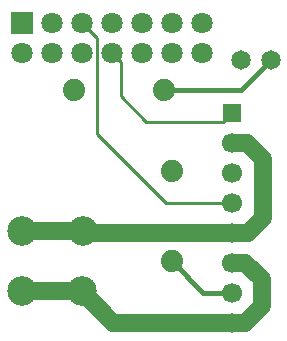
<source format=gbl>
G04 Layer: BottomLayer*
G04 EasyEDA v6.5.22, 2023-03-24 07:10:57*
G04 6991770a96b14d5289c1552341fa82f2,10*
G04 Gerber Generator version 0.2*
G04 Scale: 100 percent, Rotated: No, Reflected: No *
G04 Dimensions in millimeters *
G04 leading zeros omitted , absolute positions ,4 integer and 5 decimal *
%FSLAX45Y45*%
%MOMM*%

%AMMACRO1*21,1,$1,$2,0,0,$3*%
%ADD10C,0.2540*%
%ADD11C,0.4000*%
%ADD12C,1.5000*%
%ADD13C,1.8796*%
%ADD14MACRO1,1.8X1.8X0.0000*%
%ADD15C,1.8000*%
%ADD16MACRO1,1.5X1.5X-90.0000*%
%ADD17C,1.7000*%
%ADD18C,1.6510*%
%ADD19C,2.5000*%

%LPD*%
D10*
X2032000Y1270000D02*
G01*
X1473200Y1270000D01*
X889000Y1854200D01*
X889000Y2667000D01*
X762000Y2794000D01*
D11*
X2032000Y508000D02*
G01*
X1790700Y508000D01*
X1524000Y774700D01*
D12*
X774700Y1028700D02*
G01*
X254000Y1028700D01*
X2032000Y254000D02*
G01*
X1028700Y254000D01*
X762000Y520700D01*
D11*
X2362200Y2476500D02*
G01*
X2108200Y2222500D01*
X1460500Y2222500D01*
D10*
X2032000Y2032000D02*
G01*
X1955800Y1955800D01*
X1308100Y1955800D01*
X1092200Y2171700D01*
X1092200Y2463800D01*
X1016000Y2540000D01*
D12*
X2032000Y1016000D02*
G01*
X787400Y1016000D01*
X774700Y1028700D01*
X254000Y520700D02*
G01*
X762000Y520700D01*
X2032000Y762000D02*
G01*
X2146300Y762000D01*
X2286000Y622300D01*
X2286000Y393700D01*
X2146300Y254000D01*
X2032000Y254000D01*
X2032000Y1778000D02*
G01*
X2159000Y1778000D01*
X2298700Y1638300D01*
X2298700Y1143000D01*
X2171700Y1016000D01*
X2032000Y1016000D01*
D13*
G01*
X1524000Y1536700D03*
G01*
X1524000Y774700D03*
D14*
G01*
X254000Y2794000D03*
D15*
G01*
X254000Y2540000D03*
G01*
X508000Y2794000D03*
G01*
X508000Y2540000D03*
G01*
X762000Y2794000D03*
G01*
X762000Y2540000D03*
G01*
X1016000Y2794000D03*
G01*
X1016000Y2540000D03*
G01*
X1270000Y2794000D03*
G01*
X1270000Y2540000D03*
G01*
X1524000Y2794000D03*
G01*
X1524000Y2540000D03*
G01*
X1778000Y2794000D03*
G01*
X1778000Y2540000D03*
D16*
G01*
X2032000Y2031998D03*
D17*
G01*
X2032000Y1778000D03*
G01*
X2032000Y1524000D03*
G01*
X2032000Y1270000D03*
G01*
X2032000Y1016000D03*
G01*
X2032000Y762000D03*
G01*
X2032000Y508000D03*
G01*
X2032000Y254000D03*
D13*
G01*
X1460500Y2222500D03*
G01*
X698500Y2222500D03*
D18*
G01*
X2362200Y2476500D03*
G01*
X2108200Y2476500D03*
D19*
G01*
X762000Y520700D03*
G01*
X254000Y1028700D03*
G01*
X774700Y1028700D03*
G01*
X254000Y520700D03*
M02*

</source>
